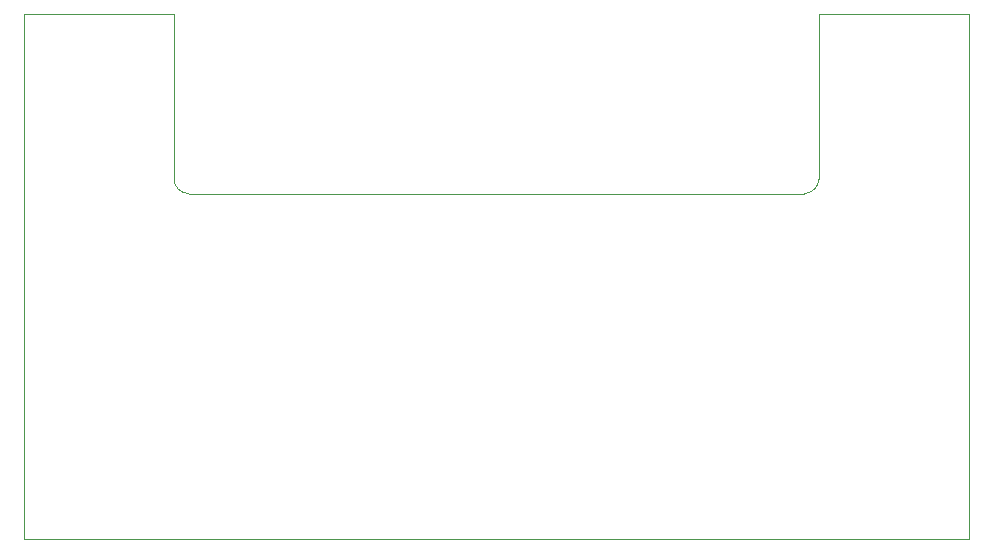
<source format=gbr>
G04 #@! TF.GenerationSoftware,KiCad,Pcbnew,5.1.5*
G04 #@! TF.CreationDate,2020-02-09T12:43:18+10:00*
G04 #@! TF.ProjectId,hrem,6872656d-2e6b-4696-9361-645f70636258,rev?*
G04 #@! TF.SameCoordinates,Original*
G04 #@! TF.FileFunction,Profile,NP*
%FSLAX46Y46*%
G04 Gerber Fmt 4.6, Leading zero omitted, Abs format (unit mm)*
G04 Created by KiCad (PCBNEW 5.1.5) date 2020-02-09 12:43:18*
%MOMM*%
%LPD*%
G04 APERTURE LIST*
%ADD10C,0.050000*%
G04 APERTURE END LIST*
D10*
X123190000Y-57150000D02*
G75*
G02X121920000Y-58420000I-1270000J0D01*
G01*
X69850000Y-58420000D02*
G75*
G02X68580000Y-57150000I0J1270000D01*
G01*
X68580000Y-43180000D02*
X55880000Y-43180000D01*
X135890000Y-43180000D02*
X123190000Y-43180000D01*
X123190000Y-57150000D02*
X123190000Y-43180000D01*
X69850000Y-58420000D02*
X121920000Y-58420000D01*
X68580000Y-43180000D02*
X68580000Y-57150000D01*
X55880000Y-87630000D02*
X55880000Y-43180000D01*
X135890000Y-87630000D02*
X55880000Y-87630000D01*
X135890000Y-43180000D02*
X135890000Y-87630000D01*
M02*

</source>
